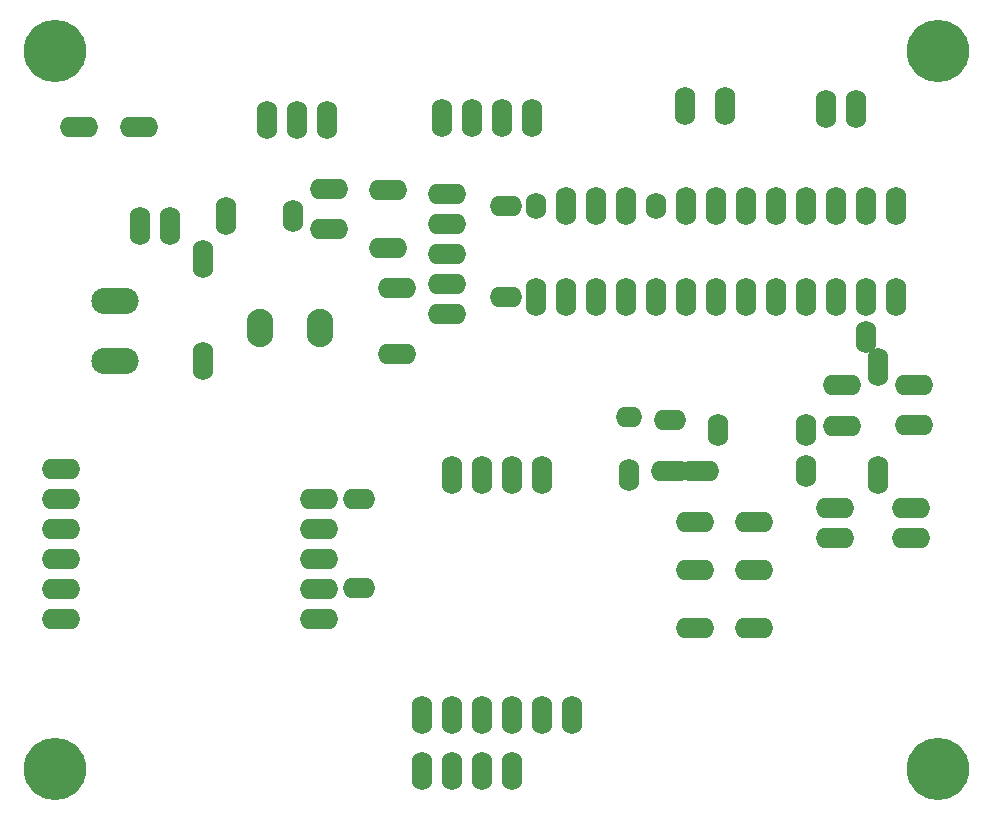
<source format=gbs>
G04*
G04 #@! TF.GenerationSoftware,Altium Limited,Altium Designer,19.0.15 (446)*
G04*
G04 Layer_Color=16711935*
%FSLAX44Y44*%
%MOMM*%
G71*
G01*
G75*
%ADD25O,1.7272X3.2512*%
%ADD26O,1.7272X2.7432*%
%ADD27O,2.2352X1.7272*%
%ADD28O,3.2512X1.7272*%
%ADD29O,2.7432X1.7272*%
%ADD30O,3.2512X1.7272*%
%ADD31O,1.7272X3.2512*%
%ADD32O,4.0132X2.2352*%
%ADD33O,2.2352X3.2512*%
%ADD34O,2.7432X1.7272*%
%ADD35O,1.7272X2.2352*%
%ADD36C,5.2832*%
D25*
X1127760Y842593D02*
D03*
Y933450D02*
D03*
X575310Y1061699D02*
D03*
X556260Y1025333D02*
D03*
Y938570D02*
D03*
X660688Y1142641D02*
D03*
X635288D02*
D03*
X609888D02*
D03*
X528320Y1052830D02*
D03*
X502920D02*
D03*
X741680Y591820D02*
D03*
X767080D02*
D03*
X792480D02*
D03*
X817880D02*
D03*
X834688Y1144224D02*
D03*
X809288D02*
D03*
X783888D02*
D03*
X758488D02*
D03*
X1083310Y1151890D02*
D03*
X1108710D02*
D03*
X963930Y1154430D02*
D03*
X998220D02*
D03*
D26*
X1117600Y958850D02*
D03*
X632439Y1061699D02*
D03*
X916940Y842010D02*
D03*
X1066800Y845820D02*
D03*
X991870Y880615D02*
D03*
X1066800D02*
D03*
D27*
X916940Y891540D02*
D03*
D28*
X951716Y845820D02*
D03*
X976450D02*
D03*
X720090Y944699D02*
D03*
Y1000760D02*
D03*
X501650Y1136891D02*
D03*
X450850D02*
D03*
X1022349Y802640D02*
D03*
X972819D02*
D03*
X435610Y720090D02*
D03*
Y745490D02*
D03*
Y770890D02*
D03*
Y796290D02*
D03*
Y821690D02*
D03*
Y847090D02*
D03*
X654050Y821690D02*
D03*
Y796290D02*
D03*
Y770890D02*
D03*
Y745490D02*
D03*
Y720090D02*
D03*
D29*
X951716Y889000D02*
D03*
X688340Y746760D02*
D03*
Y821690D02*
D03*
D30*
X762674Y978276D02*
D03*
Y1003676D02*
D03*
Y1029076D02*
D03*
Y1054476D02*
D03*
Y1079876D02*
D03*
X1090930Y788670D02*
D03*
Y814070D02*
D03*
X662940Y1050290D02*
D03*
Y1084580D02*
D03*
X972820Y712470D02*
D03*
Y762000D02*
D03*
X1022350Y712470D02*
D03*
Y762000D02*
D03*
X1097280Y883920D02*
D03*
Y918210D02*
D03*
X1158240Y918654D02*
D03*
Y884364D02*
D03*
X1155700Y788670D02*
D03*
Y814070D02*
D03*
X712360Y1083547D02*
D03*
Y1034017D02*
D03*
D31*
X741680Y638810D02*
D03*
X767080D02*
D03*
X792480D02*
D03*
X817880D02*
D03*
X843280D02*
D03*
X868680D02*
D03*
X767080Y842010D02*
D03*
X792480D02*
D03*
X817880D02*
D03*
X843280D02*
D03*
X863600Y1070138D02*
D03*
X889000D02*
D03*
X914400D02*
D03*
X965200D02*
D03*
X990600D02*
D03*
X1016000D02*
D03*
X1041400D02*
D03*
X1066800D02*
D03*
X1092200D02*
D03*
X1117600D02*
D03*
X1143000D02*
D03*
Y993140D02*
D03*
X1117600D02*
D03*
X1092200D02*
D03*
X1066800D02*
D03*
X1041400D02*
D03*
X1016000D02*
D03*
X990600D02*
D03*
X965200D02*
D03*
X939800D02*
D03*
X914400D02*
D03*
X889000D02*
D03*
X863600D02*
D03*
X838200D02*
D03*
D32*
X481330Y989370D02*
D03*
Y938570D02*
D03*
D33*
X655320Y966470D02*
D03*
X604520D02*
D03*
D34*
X812800Y1070138D02*
D03*
Y993140D02*
D03*
D35*
X838200Y1070138D02*
D03*
X939800D02*
D03*
D36*
X430530Y1201420D02*
D03*
Y593090D02*
D03*
X1178560D02*
D03*
Y1201420D02*
D03*
M02*

</source>
